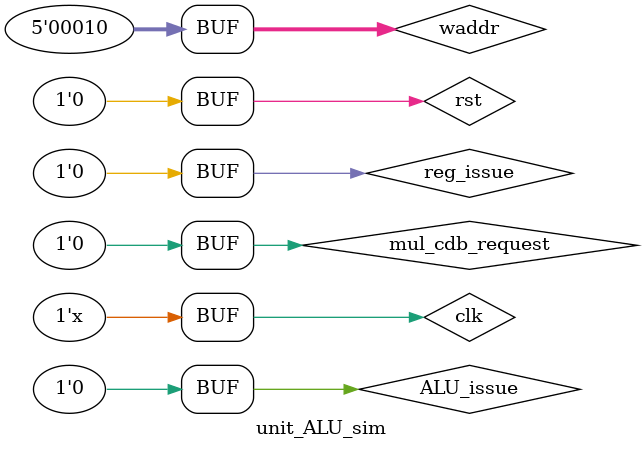
<source format=v>
`timescale 1ns / 1ps

module unit_ALU_sim;

	reg clk, rst, reg_issue, ALU_issue;
	wire[40:0]cdb;

	reg[4:0] waddr;
	reg[7:0] w_tag;
	wire[39:0] rdata_A, rdata_B;

	reg mul_cdb_request;

	wire all_busy;
	wire ALU_cdb_request;
	wire[39:0] ALU_cdb_out;
	wire[7:0] issue_tag;

	taggedRegs regs(.clk(clk),.rst(rst),.FU_regWrite(reg_issue),
		.ujump_wb(1'b0),.raddr_A(5'd1),.raddr_B(5'd2),
		.waddr(waddr),.w_tag(w_tag),.cdb(cdb),
		.rdata_A(rdata_A),.rdata_B(rdata_B));

	unit_ALU unit(.clk(clk),.rst(rst),.issue(ALU_issue),
		.cdb(cdb),.ALUControl_in(4'd1),.q1_in(rdata_A[39:32]),.q2_in(rdata_B[39:32]),
		.v1_in(rdata_A[31:0]),.v2_in(rdata_B[31:0]),.all_busy(all_busy),.cdb_request(ALU_cdb_request),
		.cdb_out(ALU_cdb_out),.issue_tag(issue_tag));

	common_data_bus cd_b(.clk(clk),.rst(rst),
		.ALU_cdb_request(ALU_cdb_request),.mul_cdb_request(mul_cdb_request),.div_cdb_request(1'b0),.ls_cdb_request(1'b0),
		.ALU_cdb_in(ALU_cdb_out),.mul_cdb_in(40'h42_0000_00A6),.div_cdb_in(40'b0),.ls_cdb_in(40'b0),.cdb(cdb));

	initial begin
		clk = 1;
		rst = 1;
		reg_issue = 0;
		ALU_issue = 0;

		waddr = 1;
		w_tag = 8'h42;
		mul_cdb_request = 0;

		#2;
		rst = 0;
		reg_issue = 1;

		#10;
		waddr = 2;

		#10;
		reg_issue = 0;

		#10;
		mul_cdb_request = 1;
		#10;
		mul_cdb_request = 0;

		#10;
		reg_issue = 1;
		ALU_issue = 1;

		#1;
		w_tag = issue_tag;

		#9;
		ALU_issue = 0;
		reg_issue = 0;

		#10;

	end

	always #5 clk = ~clk;

endmodule
</source>
